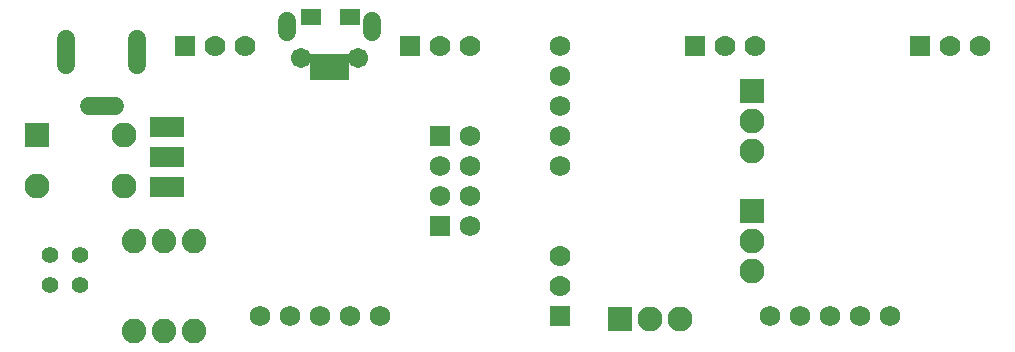
<source format=gts>
G04 ---------------------------- Layer name :TOP SOLDER LAYER*
G04 easyEDA 0.1*
G04 Scale: 100 percent, Rotated: No, Reflected: No *
G04 Dimensions in inches *
G04 leading zeros omitted , absolute positions ,2 integer and 4 * 
%FSLAX24Y24*%
%MOIN*%
G90*
G70D02*

%ADD11C,0.059181*%
%ADD12C,0.059181*%
%ADD15R,0.025716X0.086740*%
%ADD16R,0.070992X0.055240*%
%ADD17C,0.067055*%
%ADD19C,0.070000*%
%ADD21R,0.070000X0.070000*%
%ADD22C,0.068000*%
%ADD24R,0.083000X0.083000*%
%ADD25C,0.083000*%
%ADD27C,0.082000*%
%ADD29R,0.068000X0.068000*%
%ADD30R,0.115500X0.067700*%
%ADD31C,0.055000*%

%LPD*%
G54D11*
G01X9386Y22988D02*
G01X9386Y23343D01*
G01X12236Y22988D02*
G01X12236Y23343D01*
G54D12*
G01X4400Y21866D02*
G01X4400Y22733D01*
G01X2038Y22733D02*
G01X2038Y21866D01*
G01X3652Y20509D02*
G01X2785Y20509D01*
G54D15*
G01X10300Y21800D03*
G01X10556Y21800D03*
G01X10811Y21800D03*
G01X11068Y21800D03*
G01X11323Y21800D03*
G54D16*
G01X10184Y23492D03*
G01X11484Y23484D03*
G54D17*
G01X11760Y22103D03*
G01X9855Y22103D03*
G54D19*
G01X15500Y22500D03*
G01X14500Y22500D03*
G54D21*
G01X13500Y22500D03*
G54D22*
G01X8500Y13500D03*
G01X9500Y13500D03*
G01X10500Y13500D03*
G01X11500Y13500D03*
G01X12500Y13500D03*
G54D24*
G01X1050Y19550D03*
G54D25*
G01X1050Y17850D03*
G01X3950Y17850D03*
G01X3950Y19550D03*
G54D19*
G01X8000Y22500D03*
G01X7000Y22500D03*
G54D21*
G01X6000Y22500D03*
G54D27*
G01X6300Y13000D03*
G01X6300Y16000D03*
G54D19*
G01X32500Y22500D03*
G01X31500Y22500D03*
G54D21*
G01X30500Y22500D03*
G54D22*
G01X25500Y13500D03*
G01X26500Y13500D03*
G01X27500Y13500D03*
G01X28500Y13500D03*
G01X29500Y13500D03*
G54D19*
G01X25000Y22500D03*
G01X24000Y22500D03*
G54D21*
G01X23000Y22500D03*
G54D25*
G01X24900Y19009D03*
G01X24900Y20009D03*
G54D24*
G01X24900Y21009D03*
G54D25*
G01X22489Y13400D03*
G01X21489Y13400D03*
G54D24*
G01X20489Y13400D03*
G54D25*
G01X24900Y15009D03*
G01X24900Y16009D03*
G54D24*
G01X24900Y17009D03*
G54D19*
G01X18500Y15500D03*
G01X18500Y14500D03*
G54D21*
G01X18500Y13500D03*
G54D22*
G01X18500Y18500D03*
G01X18500Y19500D03*
G01X18500Y20500D03*
G01X18500Y21500D03*
G01X18500Y22500D03*
G54D29*
G01X14500Y16500D03*
G54D22*
G01X15500Y16500D03*
G01X14500Y17500D03*
G01X15500Y17500D03*
G01X14500Y18500D03*
G01X15500Y18500D03*
G54D29*
G01X14500Y19500D03*
G54D22*
G01X15500Y19500D03*
G54D30*
G01X5400Y19800D03*
G01X5400Y18800D03*
G01X5400Y17800D03*
G54D31*
G01X2510Y14530D03*
G01X1510Y14530D03*
G01X2510Y15530D03*
G01X1510Y15530D03*
G54D27*
G01X5300Y16000D03*
G01X5300Y13000D03*
G01X4300Y16000D03*
G01X4300Y13000D03*

M00*
M02*
</source>
